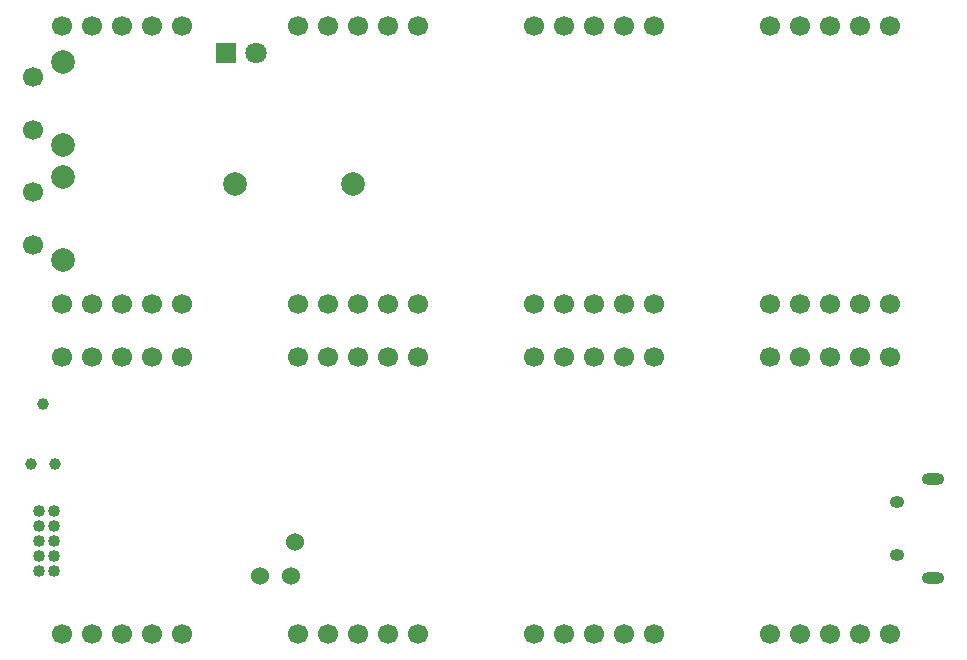
<source format=gbs>
G04 #@! TF.GenerationSoftware,KiCad,Pcbnew,(2017-07-16 revision e797af331)-makepkg*
G04 #@! TF.CreationDate,2017-08-01T20:13:45+01:00*
G04 #@! TF.ProjectId,smalltime,736D616C6C74696D652E6B696361645F,rev?*
G04 #@! TF.SameCoordinates,Original
G04 #@! TF.FileFunction,Soldermask,Bot*
G04 #@! TF.FilePolarity,Negative*
%FSLAX46Y46*%
G04 Gerber Fmt 4.6, Leading zero omitted, Abs format (unit mm)*
G04 Created by KiCad (PCBNEW (2017-07-16 revision e797af331)-makepkg) date 08/01/17 20:13:45*
%MOMM*%
%LPD*%
G01*
G04 APERTURE LIST*
%ADD10C,1.524000*%
%ADD11C,1.700000*%
%ADD12C,1.016000*%
%ADD13C,2.000000*%
%ADD14O,1.250000X1.000000*%
%ADD15O,1.900000X1.000000*%
%ADD16C,1.000000*%
%ADD17R,1.800000X1.800000*%
%ADD18C,1.800000*%
G04 APERTURE END LIST*
D10*
X99300000Y-83300000D03*
X99700000Y-80400000D03*
X96700000Y-83300000D03*
D11*
X139920000Y-36697492D03*
X142460000Y-36697492D03*
X145000000Y-36697492D03*
X147540000Y-36697492D03*
X150080000Y-36697492D03*
X150080000Y-60197492D03*
X147540000Y-60197492D03*
X145000000Y-60197492D03*
X142460000Y-60197492D03*
X139920000Y-60197492D03*
X130080000Y-88197492D03*
X127540000Y-88197492D03*
X125000000Y-88197492D03*
X122460000Y-88197492D03*
X119920000Y-88197492D03*
X119920000Y-64697492D03*
X122460000Y-64697492D03*
X125000000Y-64697492D03*
X127540000Y-64697492D03*
X130080000Y-64697492D03*
X99920000Y-36697492D03*
X102460000Y-36697492D03*
X105000000Y-36697492D03*
X107540000Y-36697492D03*
X110080000Y-36697492D03*
X110080000Y-60197492D03*
X107540000Y-60197492D03*
X105000000Y-60197492D03*
X102460000Y-60197492D03*
X99920000Y-60197492D03*
X79920000Y-36697492D03*
X82460000Y-36697492D03*
X85000000Y-36697492D03*
X87540000Y-36697492D03*
X90080000Y-36697492D03*
X90080000Y-60197492D03*
X87540000Y-60197492D03*
X85000000Y-60197492D03*
X82460000Y-60197492D03*
X79920000Y-60197492D03*
X90080000Y-88197492D03*
X87540000Y-88197492D03*
X85000000Y-88197492D03*
X82460000Y-88197492D03*
X79920000Y-88197492D03*
X79920000Y-64697492D03*
X82460000Y-64697492D03*
X85000000Y-64697492D03*
X87540000Y-64697492D03*
X90080000Y-64697492D03*
X110080000Y-88197492D03*
X107540000Y-88197492D03*
X105000000Y-88197492D03*
X102460000Y-88197492D03*
X99920000Y-88197492D03*
X99920000Y-64697492D03*
X102460000Y-64697492D03*
X105000000Y-64697492D03*
X107540000Y-64697492D03*
X110080000Y-64697492D03*
X150080000Y-88197492D03*
X147540000Y-88197492D03*
X145000000Y-88197492D03*
X142460000Y-88197492D03*
X139920000Y-88197492D03*
X139920000Y-64697492D03*
X142460000Y-64697492D03*
X145000000Y-64697492D03*
X147540000Y-64697492D03*
X150080000Y-64697492D03*
X119920000Y-36697492D03*
X122460000Y-36697492D03*
X125000000Y-36697492D03*
X127540000Y-36697492D03*
X130080000Y-36697492D03*
X130080000Y-60197492D03*
X127540000Y-60197492D03*
X125000000Y-60197492D03*
X122460000Y-60197492D03*
X119920000Y-60197492D03*
D12*
X77980000Y-77750000D03*
X79250000Y-77750000D03*
X77980000Y-79020000D03*
X79250000Y-79020000D03*
X77980000Y-80290000D03*
X79250000Y-80290000D03*
X77980000Y-81560000D03*
X79250000Y-81560000D03*
X77980000Y-82830000D03*
X79250000Y-82830000D03*
D13*
X94600000Y-50100000D03*
X104600000Y-50100000D03*
D14*
X150675000Y-77025000D03*
X150675000Y-81475000D03*
D15*
X153675000Y-75075000D03*
X153675000Y-83425000D03*
D16*
X78355000Y-68710000D03*
X77339000Y-73790000D03*
X79371000Y-73790000D03*
D17*
X93800000Y-39000000D03*
D18*
X96340000Y-39000000D03*
D13*
X80000000Y-39750000D03*
X80000000Y-46750000D03*
D11*
X77500000Y-41000000D03*
X77500000Y-45500000D03*
D13*
X80000000Y-49500000D03*
X80000000Y-56500000D03*
D11*
X77500000Y-50750000D03*
X77500000Y-55250000D03*
M02*

</source>
